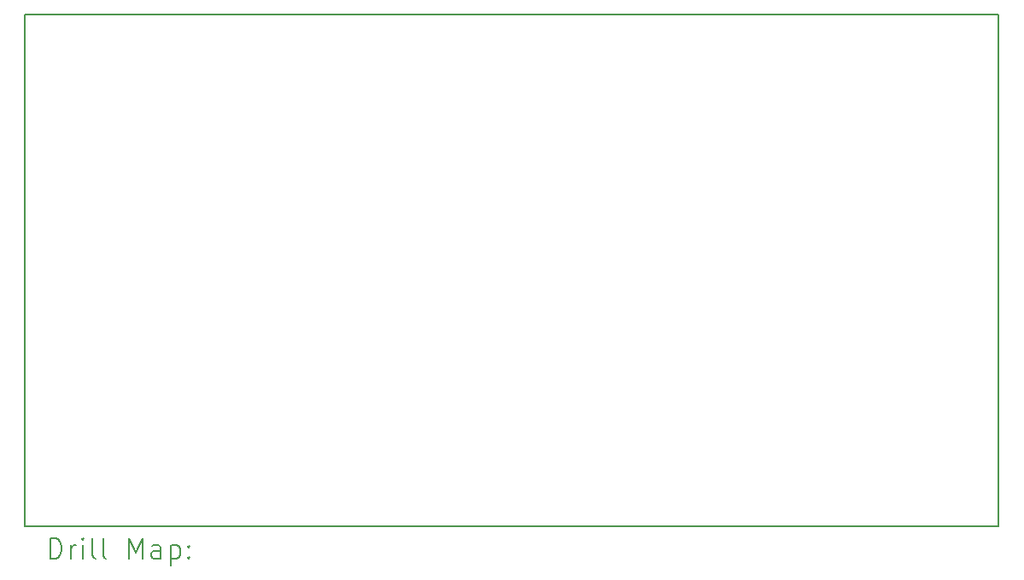
<source format=gbr>
%FSLAX45Y45*%
G04 Gerber Fmt 4.5, Leading zero omitted, Abs format (unit mm)*
G04 Created by KiCad (PCBNEW (5.99.0-10988-gd8b1e827c7)) date 2021-06-25 10:47:12*
%MOMM*%
%LPD*%
G01*
G04 APERTURE LIST*
%TA.AperFunction,Profile*%
%ADD10C,0.150000*%
%TD*%
%ADD11C,0.200000*%
G04 APERTURE END LIST*
D10*
X16510000Y-10414000D02*
X6858000Y-10414000D01*
X16510000Y-15494000D02*
X16510000Y-10414000D01*
X6858000Y-15494000D02*
X16510000Y-15494000D01*
X6858000Y-10414000D02*
X6858000Y-15494000D01*
D11*
X7108119Y-15811976D02*
X7108119Y-15611976D01*
X7155738Y-15611976D01*
X7184309Y-15621500D01*
X7203357Y-15640548D01*
X7212881Y-15659595D01*
X7222405Y-15697690D01*
X7222405Y-15726262D01*
X7212881Y-15764357D01*
X7203357Y-15783405D01*
X7184309Y-15802452D01*
X7155738Y-15811976D01*
X7108119Y-15811976D01*
X7308119Y-15811976D02*
X7308119Y-15678643D01*
X7308119Y-15716738D02*
X7317643Y-15697690D01*
X7327167Y-15688167D01*
X7346214Y-15678643D01*
X7365262Y-15678643D01*
X7431928Y-15811976D02*
X7431928Y-15678643D01*
X7431928Y-15611976D02*
X7422405Y-15621500D01*
X7431928Y-15631024D01*
X7441452Y-15621500D01*
X7431928Y-15611976D01*
X7431928Y-15631024D01*
X7555738Y-15811976D02*
X7536690Y-15802452D01*
X7527167Y-15783405D01*
X7527167Y-15611976D01*
X7660500Y-15811976D02*
X7641452Y-15802452D01*
X7631928Y-15783405D01*
X7631928Y-15611976D01*
X7889071Y-15811976D02*
X7889071Y-15611976D01*
X7955738Y-15754833D01*
X8022405Y-15611976D01*
X8022405Y-15811976D01*
X8203357Y-15811976D02*
X8203357Y-15707214D01*
X8193833Y-15688167D01*
X8174786Y-15678643D01*
X8136690Y-15678643D01*
X8117643Y-15688167D01*
X8203357Y-15802452D02*
X8184309Y-15811976D01*
X8136690Y-15811976D01*
X8117643Y-15802452D01*
X8108119Y-15783405D01*
X8108119Y-15764357D01*
X8117643Y-15745309D01*
X8136690Y-15735786D01*
X8184309Y-15735786D01*
X8203357Y-15726262D01*
X8298595Y-15678643D02*
X8298595Y-15878643D01*
X8298595Y-15688167D02*
X8317643Y-15678643D01*
X8355738Y-15678643D01*
X8374786Y-15688167D01*
X8384309Y-15697690D01*
X8393833Y-15716738D01*
X8393833Y-15773881D01*
X8384309Y-15792928D01*
X8374786Y-15802452D01*
X8355738Y-15811976D01*
X8317643Y-15811976D01*
X8298595Y-15802452D01*
X8479548Y-15792928D02*
X8489071Y-15802452D01*
X8479548Y-15811976D01*
X8470024Y-15802452D01*
X8479548Y-15792928D01*
X8479548Y-15811976D01*
X8479548Y-15688167D02*
X8489071Y-15697690D01*
X8479548Y-15707214D01*
X8470024Y-15697690D01*
X8479548Y-15688167D01*
X8479548Y-15707214D01*
M02*

</source>
